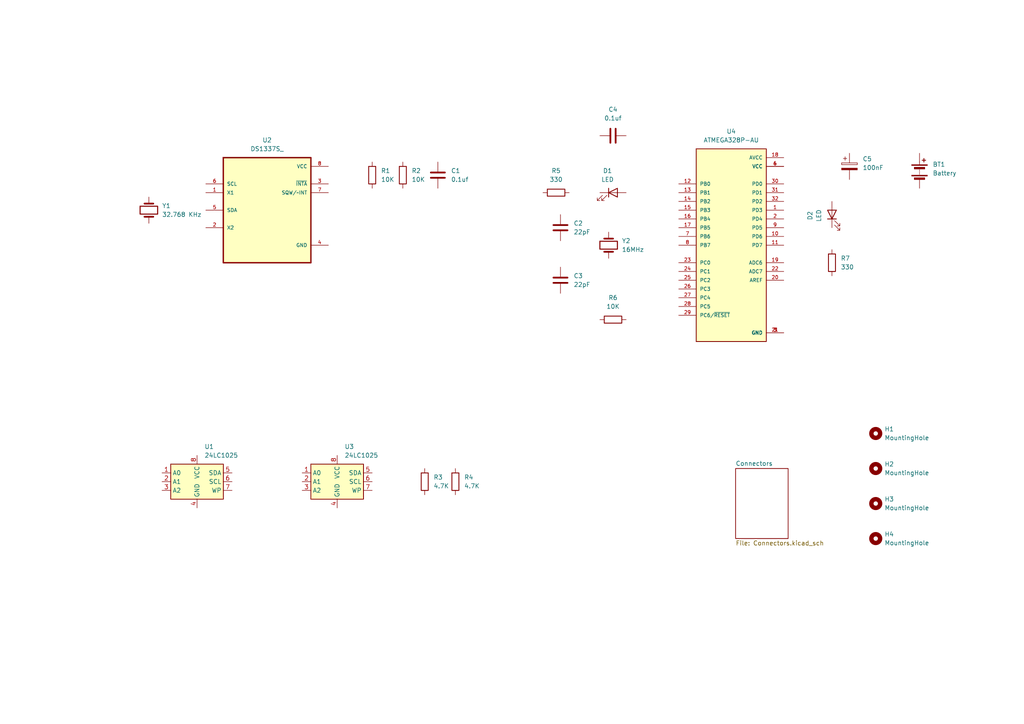
<source format=kicad_sch>
(kicad_sch (version 20250114) (generator "eeschema") (generator_version "9.0")
  (paper "A4")
  (title_block (title "MCU Datalogger with memory and clock") (date "2025-03-16") (rev "1"))
  (lib_symbols
    (symbol "ATMEGA328P-AU:ATMEGA328P-AU" (pin_names (offset 1.016))
      (property "Reference" "U" (at -10.1755 29.2546 0))
      (property "Value" "ATMEGA328P-AU" (at -10.1669 -31.7714 0))
      (symbol "ATMEGA328P-AU_0_0"
        (rectangle (start -10.16 -27.94) (end 10.16 27.94) (stroke (width 0.254)) (fill (type background)))
        (pin bidirectional line (at -15.24 17.78 0) (length 5.08) (name "PB0") (number "12"))
        (pin bidirectional line (at -15.24 15.24 0) (length 5.08) (name "PB1") (number "13"))
        (pin bidirectional line (at -15.24 12.7 0) (length 5.08) (name "PB2") (number "14"))
        (pin bidirectional line (at -15.24 10.16 0) (length 5.08) (name "PB3") (number "15"))
        (pin bidirectional line (at -15.24 7.62 0) (length 5.08) (name "PB4") (number "16"))
        (pin bidirectional line (at -15.24 5.08 0) (length 5.08) (name "PB5") (number "17"))
        (pin bidirectional line (at -15.24 2.54 0) (length 5.08) (name "PB6") (number "7"))
        (pin bidirectional line (at -15.24 0 0) (length 5.08) (name "PB7") (number "8"))
        (pin bidirectional line (at -15.24 -5.08 0) (length 5.08) (name "PC0") (number "23"))
        (pin bidirectional line (at -15.24 -7.62 0) (length 5.08) (name "PC1") (number "24"))
        (pin bidirectional line (at -15.24 -10.16 0) (length 5.08) (name "PC2") (number "25"))
        (pin bidirectional line (at -15.24 -12.7 0) (length 5.08) (name "PC3") (number "26"))
        (pin bidirectional line (at -15.24 -15.24 0) (length 5.08) (name "PC4") (number "27"))
        (pin bidirectional line (at -15.24 -17.78 0) (length 5.08) (name "PC5") (number "28"))
        (pin bidirectional line (at -15.24 -20.32 0) (length 5.08) (name "PC6/~{RESET}") (number "29"))
        (pin power_in line (at 15.24 25.4 180) (length 5.08) (name "AVCC") (number "18"))
        (pin power_in line (at 15.24 22.86 180) (length 5.08) (name "VCC") (number "4"))
        (pin power_in line (at 15.24 22.86 180) (length 5.08) (name "VCC") (number "6"))
        (pin bidirectional line (at 15.24 17.78 180) (length 5.08) (name "PD0") (number "30"))
        (pin bidirectional line (at 15.24 15.24 180) (length 5.08) (name "PD1") (number "31"))
        (pin bidirectional line (at 15.24 12.7 180) (length 5.08) (name "PD2") (number "32"))
        (pin bidirectional line (at 15.24 10.16 180) (length 5.08) (name "PD3") (number "1"))
        (pin bidirectional line (at 15.24 7.62 180) (length 5.08) (name "PD4") (number "2"))
        (pin bidirectional line (at 15.24 5.08 180) (length 5.08) (name "PD5") (number "9"))
        (pin bidirectional line (at 15.24 2.54 180) (length 5.08) (name "PD6") (number "10"))
        (pin bidirectional line (at 15.24 0 180) (length 5.08) (name "PD7") (number "11"))
        (pin bidirectional line (at 15.24 -5.08 180) (length 5.08) (name "ADC6") (number "19"))
        (pin bidirectional line (at 15.24 -7.62 180) (length 5.08) (name "ADC7") (number "22"))
        (pin input line (at 15.24 -10.16 180) (length 5.08) (name "AREF") (number "20"))
        (pin power_in line (at 15.24 -25.4 180) (length 5.08) (name "GND") (number "21"))
        (pin power_in line (at 15.24 -25.4 180) (length 5.08) (name "GND") (number "3"))
        (pin power_in line (at 15.24 -25.4 180) (length 5.08) (name "GND") (number "5"))
      )
    )
    (symbol "DS1337S_:DS1337S_" (pin_names (offset 1.016))
      (property "Reference" "U" (at -12.7 16.24 0))
      (property "Value" "DS1337S_" (at -12.7 -19.24 0))
      (symbol "DS1337S__0_0"
        (rectangle (start -12.7 -15.24) (end 12.7 15.24) (stroke (width 0.41)) (fill (type background)))
        (pin input line (at -17.78 7.62 0) (length 5.08) (name "SCL") (number "6"))
        (pin input line (at -17.78 5.08 0) (length 5.08) (name "X1") (number "1"))
        (pin bidirectional line (at -17.78 0 0) (length 5.08) (name "SDA") (number "5"))
        (pin bidirectional line (at -17.78 -5.08 0) (length 5.08) (name "X2") (number "2"))
        (pin power_in line (at 17.78 12.7 180) (length 5.08) (name "VCC") (number "8"))
        (pin output line (at 17.78 7.62 180) (length 5.08) (name "~{INTA}") (number "3"))
        (pin output line (at 17.78 5.08 180) (length 5.08) (name "SQW/~INT") (number "7"))
        (pin power_in line (at 17.78 -10.16 180) (length 5.08) (name "GND") (number "4"))
      )
    )
    (symbol "Device:Battery" (pin_numbers (hide yes)) (pin_names (offset 0) (hide yes))
      (property "Reference" "BT" (at 2.54 2.54 0))
      (property "Value" "Battery" (at 2.54 0 0))
      (symbol "Battery_0_1"
        (rectangle (start -2.286 1.778) (end 2.286 1.524) (fill (type outline)))
        (rectangle (start -2.286 -1.27) (end 2.286 -1.524) (fill (type outline)))
        (rectangle (start -1.524 1.016) (end 1.524 0.508) (fill (type outline)))
        (rectangle (start -1.524 -2.032) (end 1.524 -2.54) (fill (type outline)))
        (polyline (pts (xy 0 1.778) (xy 0 2.54)))
        (polyline (pts (xy 0 0) (xy 0 0.254)))
        (polyline (pts (xy 0 -0.508) (xy 0 -0.254)))
        (polyline (pts (xy 0 -1.016) (xy 0 -0.762)))
        (polyline (pts (xy 0.762 3.048) (xy 1.778 3.048)) (stroke (width 0.254)))
        (polyline (pts (xy 1.27 3.556) (xy 1.27 2.54)) (stroke (width 0.254)))
      )
      (symbol "Battery_1_1"
        (pin passive line (at 0 5.08 270) (length 2.54) (name "+") (number "1"))
        (pin passive line (at 0 -5.08 90) (length 2.54) (name "-") (number "2"))
      )
    )
    (symbol "Device:C" (pin_numbers (hide yes)) (pin_names (offset 0.254))
      (property "Reference" "C" (at 0.635 2.54 0))
      (property "Value" "C" (at 0.635 -2.54 0))
      (symbol "C_0_1"
        (polyline (pts (xy -2.032 0.762) (xy 2.032 0.762)) (stroke (width 0.508)))
        (polyline (pts (xy -2.032 -0.762) (xy 2.032 -0.762)) (stroke (width 0.508)))
      )
      (symbol "C_1_1"
        (pin passive line (at 0 3.81 270) (length 2.794) (name "~") (number "1"))
        (pin passive line (at 0 -3.81 90) (length 2.794) (name "~") (number "2"))
      )
    )
    (symbol "Device:C_Polarized" (pin_numbers (hide yes)) (pin_names (offset 0.254))
      (property "Reference" "C" (at 0.635 2.54 0))
      (property "Value" "C_Polarized" (at 0.635 -2.54 0))
      (symbol "C_Polarized_0_1"
        (rectangle (start -2.286 0.508) (end 2.286 1.016))
        (polyline (pts (xy -1.778 2.286) (xy -0.762 2.286)))
        (polyline (pts (xy -1.27 2.794) (xy -1.27 1.778)))
        (rectangle (start 2.286 -0.508) (end -2.286 -1.016) (fill (type outline)))
      )
      (symbol "C_Polarized_1_1"
        (pin passive line (at 0 3.81 270) (length 2.794) (name "~") (number "1"))
        (pin passive line (at 0 -3.81 90) (length 2.794) (name "~") (number "2"))
      )
    )
    (symbol "Device:Crystal" (pin_numbers (hide yes)) (pin_names (offset 1.016) (hide yes))
      (property "Reference" "Y" (at 0 3.81 0))
      (property "Value" "Crystal" (at 0 -3.81 0))
      (symbol "Crystal_0_1"
        (polyline (pts (xy -2.54 0) (xy -1.905 0)))
        (polyline (pts (xy -1.905 -1.27) (xy -1.905 1.27)) (stroke (width 0.508)))
        (rectangle (start -1.143 2.54) (end 1.143 -2.54) (stroke (width 0.3048)))
        (polyline (pts (xy 1.905 -1.27) (xy 1.905 1.27)) (stroke (width 0.508)))
        (polyline (pts (xy 2.54 0) (xy 1.905 0)))
      )
      (symbol "Crystal_1_1"
        (pin passive line (at -3.81 0 0) (length 1.27) (name "1") (number "1"))
        (pin passive line (at 3.81 0 180) (length 1.27) (name "2") (number "2"))
      )
    )
    (symbol "Device:LED" (pin_numbers (hide yes)) (pin_names (offset 1.016) (hide yes))
      (property "Reference" "D" (at 0 2.54 0))
      (property "Value" "LED" (at 0 -2.54 0))
      (symbol "LED_0_1"
        (polyline (pts (xy -3.048 -0.762) (xy -4.572 -2.286) (xy -3.81 -2.286) (xy -4.572 -2.286) (xy -4.572 -1.524)))
        (polyline (pts (xy -1.778 -0.762) (xy -3.302 -2.286) (xy -2.54 -2.286) (xy -3.302 -2.286) (xy -3.302 -1.524)))
        (polyline (pts (xy -1.27 0) (xy 1.27 0)))
        (polyline (pts (xy -1.27 -1.27) (xy -1.27 1.27)) (stroke (width 0.254)))
        (polyline (pts (xy 1.27 -1.27) (xy 1.27 1.27) (xy -1.27 0) (xy 1.27 -1.27)) (stroke (width 0.254)))
      )
      (symbol "LED_1_1"
        (pin passive line (at -3.81 0 0) (length 2.54) (name "K") (number "1"))
        (pin passive line (at 3.81 0 180) (length 2.54) (name "A") (number "2"))
      )
    )
    (symbol "Device:R" (pin_numbers (hide yes)) (pin_names (offset 0))
      (property "Reference" "R" (at 2.032 0 90))
      (property "Value" "R" (at 0 0 90))
      (symbol "R_0_1"
        (rectangle (start -1.016 -2.54) (end 1.016 2.54) (stroke (width 0.254)))
      )
      (symbol "R_1_1"
        (pin passive line (at 0 3.81 270) (length 1.27) (name "~") (number "1"))
        (pin passive line (at 0 -3.81 90) (length 1.27) (name "~") (number "2"))
      )
    )
    (symbol "Mechanical:MountingHole" (pin_names (offset 1.016)) (exclude_from_sim yes) (in_bom no)
      (property "Reference" "H" (at 0 5.08 0))
      (property "Value" "MountingHole" (at 0 3.175 0))
      (symbol "MountingHole_0_1"
        (circle (center 0 0) (radius 1.27) (stroke (width 1.27)))
      )
    )
    (symbol "Memory_EEPROM:24LC1025"
      (property "Reference" "U" (at -6.35 6.35 0))
      (property "Value" "24LC1025" (at 1.27 6.35 0))
      (symbol "24LC1025_1_1"
        (rectangle (start -7.62 5.08) (end 7.62 -5.08) (stroke (width 0.254)) (fill (type background)))
        (pin input line (at -10.16 2.54 0) (length 2.54) (name "A0") (number "1"))
        (pin input line (at -10.16 0 0) (length 2.54) (name "A1") (number "2"))
        (pin input line (at -10.16 -2.54 0) (length 2.54) (name "A2") (number "3"))
        (pin power_in line (at 0 7.62 270) (length 2.54) (name "VCC") (number "8"))
        (pin power_in line (at 0 -7.62 90) (length 2.54) (name "GND") (number "4"))
        (pin bidirectional line (at 10.16 2.54 180) (length 2.54) (name "SDA") (number "5"))
        (pin input line (at 10.16 0 180) (length 2.54) (name "SCL") (number "6"))
        (pin input line (at 10.16 -2.54 180) (length 2.54) (name "WP") (number "7"))
      )
    )
  )
  (symbol (lib_id "Device:LED") (at 177.8 55.88 0) (unit 1)
    (property "Reference" "D1" (at 176.2125 49.53 0))
    (property "Value" "LED" (at 176.2125 52.07 0))
    (property "Description" "Light emitting diode" (effects (hide yes)))
    (property "Sim.Pins" "1=K 2=A" (effects (hide yes)))
  )
  (symbol (lib_id "Device:R") (at 161.29 55.88 90) (unit 1)
    (property "Reference" "R5" (at 161.29 49.53 90))
    (property "Value" "330" (at 161.29 52.07 90))
    (property "Description" "Resistor" (effects (hide yes)))
  )
  (symbol (lib_id "Device:C") (at 162.56 81.28 0) (unit 1)
    (property "Reference" "C3" (at 166.37 80.0099 0) (effects (justify left)))
    (property "Value" "22pF" (at 166.37 82.5499 0) (effects (justify left)))
    (property "Description" "Unpolarized capacitor" (effects (hide yes)))
  )
  (symbol (lib_id "Device:R") (at 123.19 139.7 0) (unit 1)
    (property "Reference" "R3" (at 125.73 138.4299 0) (effects (justify left)))
    (property "Value" "4.7K" (at 125.73 140.9699 0) (effects (justify left)))
    (property "Description" "Resistor" (effects (hide yes)))
  )
  (symbol (lib_id "Mechanical:MountingHole") (at 254 135.89 0) (unit 1) (exclude_from_sim yes) (in_bom no)
    (property "Reference" "H2" (at 256.54 134.6199 0) (effects (justify left)))
    (property "Value" "MountingHole" (at 256.54 137.1599 0) (effects (justify left)))
    (property "Description" "Mounting Hole without connection" (effects (hide yes)))
  )
  (symbol (lib_id "Device:Crystal") (at 176.53 71.12 90) (unit 1)
    (property "Reference" "Y2" (at 180.34 69.8499 90) (effects (justify right)))
    (property "Value" "16MHz" (at 180.34 72.3899 90) (effects (justify right)))
    (property "Description" "Two pin crystal" (effects (hide yes)))
  )
  (symbol (lib_id "Device:C") (at 177.8 39.37 90) (unit 1)
    (property "Reference" "C4" (at 177.8 31.75 90))
    (property "Value" "0.1uf" (at 177.8 34.29 90))
    (property "Description" "Unpolarized capacitor" (effects (hide yes)))
  )
  (symbol (lib_id "Device:R") (at 177.8 92.71 90) (unit 1)
    (property "Reference" "R6" (at 177.8 86.36 90))
    (property "Value" "10K" (at 177.8 88.9 90))
    (property "Description" "Resistor" (effects (hide yes)))
  )
  (symbol (lib_id "Device:R") (at 241.3 76.2 0) (unit 1)
    (property "Reference" "R7" (at 243.84 74.9299 0) (effects (justify left)))
    (property "Value" "330" (at 243.84 77.4699 0) (effects (justify left)))
    (property "Description" "Resistor" (effects (hide yes)))
  )
  (symbol (lib_id "Device:C") (at 162.56 66.04 0) (unit 1)
    (property "Reference" "C2" (at 166.37 64.7699 0) (effects (justify left)))
    (property "Value" "22pF" (at 166.37 67.3099 0) (effects (justify left)))
    (property "Description" "Unpolarized capacitor" (effects (hide yes)))
  )
  (symbol (lib_id "ATMEGA328P-AU:ATMEGA328P-AU") (at 212.09 71.12 0) (unit 1)
    (property "Reference" "U4" (at 212.09 38.1 0))
    (property "Value" "ATMEGA328P-AU" (at 212.09 40.64 0))
    (property "Footprint" "ATMEGA328P-AU:QFP80P900X900X120-32N" (effects (hide yes)))
    (property "MF" "MICROCHIP TECH." (effects (hide yes)))
    (property "MAXIMUM_PACKAGE_HEIGHT" "1.20mm" (effects (hide yes)))
    (property "Package" "TQFP-32 Microchip" (effects (hide yes)))
    (property "Price" "None" (effects (hide yes)))
    (property "Check_prices" "https://www.snapeda.com/parts/ATMEGA328P-AU/Microchip/view-part/?ref=eda" (effects (hide yes)))
    (property "STANDARD" "IPC-7351B" (effects (hide yes)))
    (property "PARTREV" "8271A" (effects (hide yes)))
    (property "SnapEDA_Link" "https://www.snapeda.com/parts/ATMEGA328P-AU/Microchip/view-part/?ref=snap" (effects (hide yes)))
    (property "MP" "ATMEGA328P-AU" (effects (hide yes)))
    (property "Description_1" "MCU 8-bit - AVR ATmega Family ATmega328 Series Microcontrollers - 20 MHz - 32 KB - 2 KB - 32 Pins." (effects (hide yes)))
    (property "Availability" "In Stock" (effects (hide yes)))
    (property "MANUFACTURER" "Microchip" (effects (hide yes)))
  )
  (symbol (lib_id "Device:Battery") (at 266.7 49.53 0) (unit 1)
    (property "Reference" "BT1" (at 270.51 47.6884 0) (effects (justify left)))
    (property "Value" "Battery" (at 270.51 50.2284 0) (effects (justify left)))
    (property "Description" "Multiple-cell battery" (effects (hide yes)))
  )
  (symbol (lib_id "Memory_EEPROM:24LC1025") (at 57.15 139.7 0) (unit 1)
    (property "Reference" "U1" (at 59.2933 129.54 0) (effects (justify left)))
    (property "Value" "24LC1025" (at 59.2933 132.08 0) (effects (justify left)))
    (property "Datasheet" "http://ww1.microchip.com/downloads/en/DeviceDoc/21941B.pdf" (effects (hide yes)))
    (property "Description" "I2C Serial EEPROM, 1024Kb, DIP-8/SOIC-8/TSSOP-8/DFN-8" (effects (hide yes)))
  )
  (symbol (lib_id "Device:C_Polarized") (at 246.38 48.26 0) (unit 1)
    (property "Reference" "C5" (at 250.19 46.1009 0) (effects (justify left)))
    (property "Value" "100nF" (at 250.19 48.6409 0) (effects (justify left)))
    (property "Description" "Polarized capacitor" (effects (hide yes)))
  )
  (symbol (lib_id "Mechanical:MountingHole") (at 254 125.73 0) (unit 1) (exclude_from_sim yes) (in_bom no)
    (property "Reference" "H1" (at 256.54 124.4599 0) (effects (justify left)))
    (property "Value" "MountingHole" (at 256.54 126.9999 0) (effects (justify left)))
    (property "Description" "Mounting Hole without connection" (effects (hide yes)))
  )
  (symbol (lib_id "Device:R") (at 116.84 50.8 0) (unit 1)
    (property "Reference" "R2" (at 119.38 49.5299 0) (effects (justify left)))
    (property "Value" "10K" (at 119.38 52.0699 0) (effects (justify left)))
    (property "Description" "Resistor" (effects (hide yes)))
  )
  (symbol (lib_id "Memory_EEPROM:24LC1025") (at 97.79 139.7 0) (unit 1)
    (property "Reference" "U3" (at 99.9333 129.54 0) (effects (justify left)))
    (property "Value" "24LC1025" (at 99.9333 132.08 0) (effects (justify left)))
    (property "Datasheet" "http://ww1.microchip.com/downloads/en/DeviceDoc/21941B.pdf" (effects (hide yes)))
    (property "Description" "I2C Serial EEPROM, 1024Kb, DIP-8/SOIC-8/TSSOP-8/DFN-8" (effects (hide yes)))
  )
  (symbol (lib_id "DS1337S_:DS1337S_") (at 77.47 60.96 0) (unit 1)
    (property "Reference" "U2" (at 77.47 40.64 0))
    (property "Value" "DS1337S_" (at 77.47 43.18 0))
    (property "Footprint" "DS1337S_:SOIC127P600X175-8N" (effects (hide yes)))
    (property "MF" "Analog Devices" (effects (hide yes)))
    (property "Description_1" "I²C Serial Real-Time Clock" (effects (hide yes)))
    (property "Package" "SOIC-8 Maxim" (effects (hide yes)))
    (property "Price" "None" (effects (hide yes)))
    (property "SnapEDA_Link" "https://www.snapeda.com/parts/DS1337S+/Analog+Devices/view-part/?ref=snap" (effects (hide yes)))
    (property "MP" "DS1337S+" (effects (hide yes)))
    (property "Availability" "In Stock" (effects (hide yes)))
    (property "Check_prices" "https://www.snapeda.com/parts/DS1337S+/Analog+Devices/view-part/?ref=eda" (effects (hide yes)))
  )
  (symbol (lib_id "Device:Crystal") (at 43.18 60.96 90) (unit 1)
    (property "Reference" "Y1" (at 46.99 59.6899 90) (effects (justify right)))
    (property "Value" "32.768 KHz" (at 46.99 62.2299 90) (effects (justify right)))
    (property "Description" "Two pin crystal" (effects (hide yes)))
  )
  (symbol (lib_id "Device:LED") (at 241.3 62.23 90) (unit 1)
    (property "Reference" "D2" (at 234.95 62.5475 0))
    (property "Value" "LED" (at 237.49 62.5475 0))
    (property "Description" "Light emitting diode" (effects (hide yes)))
    (property "Sim.Pins" "1=K 2=A" (effects (hide yes)))
  )
  (symbol (lib_id "Device:R") (at 107.95 50.8 0) (unit 1)
    (property "Reference" "R1" (at 110.49 49.5299 0) (effects (justify left)))
    (property "Value" "10K" (at 110.49 52.0699 0) (effects (justify left)))
    (property "Description" "Resistor" (effects (hide yes)))
  )
  (symbol (lib_id "Mechanical:MountingHole") (at 254 146.05 0) (unit 1) (exclude_from_sim yes) (in_bom no)
    (property "Reference" "H3" (at 256.54 144.7799 0) (effects (justify left)))
    (property "Value" "MountingHole" (at 256.54 147.3199 0) (effects (justify left)))
    (property "Description" "Mounting Hole without connection" (effects (hide yes)))
  )
  (symbol (lib_id "Mechanical:MountingHole") (at 254 156.21 0) (unit 1) (exclude_from_sim yes) (in_bom no)
    (property "Reference" "H4" (at 256.54 154.9399 0) (effects (justify left)))
    (property "Value" "MountingHole" (at 256.54 157.4799 0) (effects (justify left)))
    (property "Description" "Mounting Hole without connection" (effects (hide yes)))
  )
  (symbol (lib_id "Device:C") (at 127 50.8 0) (unit 1)
    (property "Reference" "C1" (at 130.81 49.5299 0) (effects (justify left)))
    (property "Value" "0.1uf" (at 130.81 52.0699 0) (effects (justify left)))
    (property "Description" "Unpolarized capacitor" (effects (hide yes)))
  )
  (symbol (lib_id "Device:R") (at 132.08 139.7 0) (unit 1)
    (property "Reference" "R4" (at 134.62 138.4299 0) (effects (justify left)))
    (property "Value" "4.7K" (at 134.62 140.9699 0) (effects (justify left)))
    (property "Description" "Resistor" (effects (hide yes)))
  )
  (sheet (at 213.36 135.89) (size 15.24 20.32) (stroke (width 0.1524))
    (property "Sheetname" "Connectors" (at 213.36 135.1784 0) (effects (justify left bottom)))
    (property "Sheetfile" "Connectors.kicad_sch" (at 213.36 156.7946 0) (effects (justify left top)))
  )
)
</source>
